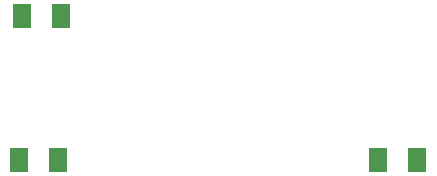
<source format=gtp>
G04 (created by PCBNEW (2013-07-07 BZR 4022)-stable) date 2014-10-22 23:03:19*
%MOIN*%
G04 Gerber Fmt 3.4, Leading zero omitted, Abs format*
%FSLAX34Y34*%
G01*
G70*
G90*
G04 APERTURE LIST*
%ADD10C,0.00393701*%
%ADD11R,0.06X0.08*%
G04 APERTURE END LIST*
G54D10*
G54D11*
X53720Y-61653D03*
X52420Y-61653D03*
X64310Y-66456D03*
X65610Y-66456D03*
X52342Y-66456D03*
X53642Y-66456D03*
M02*

</source>
